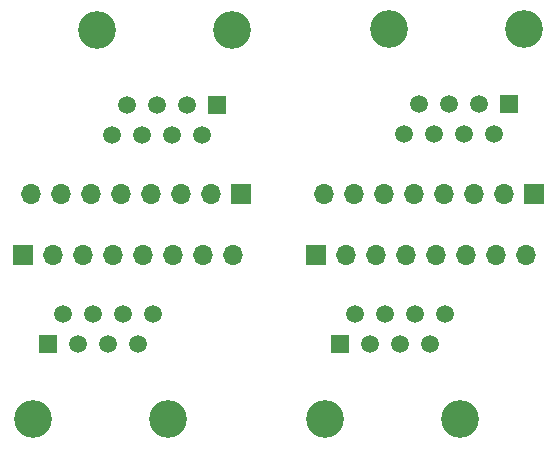
<source format=gbr>
%TF.GenerationSoftware,KiCad,Pcbnew,7.0.9*%
%TF.CreationDate,2024-06-08T10:48:36-04:00*%
%TF.ProjectId,8P breakout header,38502062-7265-4616-9b6f-757420686561,rev?*%
%TF.SameCoordinates,Original*%
%TF.FileFunction,Soldermask,Top*%
%TF.FilePolarity,Negative*%
%FSLAX46Y46*%
G04 Gerber Fmt 4.6, Leading zero omitted, Abs format (unit mm)*
G04 Created by KiCad (PCBNEW 7.0.9) date 2024-06-08 10:48:36*
%MOMM*%
%LPD*%
G01*
G04 APERTURE LIST*
%ADD10R,1.700000X1.700000*%
%ADD11O,1.700000X1.700000*%
%ADD12C,3.200000*%
%ADD13R,1.500000X1.500000*%
%ADD14C,1.500000*%
G04 APERTURE END LIST*
D10*
%TO.C,J4*%
X187940000Y-94635000D03*
D11*
X190480000Y-94635000D03*
X193020000Y-94635000D03*
X195560000Y-94635000D03*
X198100000Y-94635000D03*
X200640000Y-94635000D03*
X203180000Y-94635000D03*
X205720000Y-94635000D03*
%TD*%
D12*
%TO.C,J1*%
X188737500Y-108585000D03*
X200167500Y-108585000D03*
D13*
X190007500Y-102235000D03*
D14*
X191277500Y-99695000D03*
X192547500Y-102235000D03*
X193817500Y-99695000D03*
X195087500Y-102235000D03*
X196357500Y-99695000D03*
X197627500Y-102235000D03*
X198897500Y-99695000D03*
%TD*%
D10*
%TO.C,J4*%
X163175000Y-94635000D03*
D11*
X165715000Y-94635000D03*
X168255000Y-94635000D03*
X170795000Y-94635000D03*
X173335000Y-94635000D03*
X175875000Y-94635000D03*
X178415000Y-94635000D03*
X180955000Y-94635000D03*
%TD*%
D12*
%TO.C,J1*%
X163972500Y-108585000D03*
X175402500Y-108585000D03*
D13*
X165242500Y-102235000D03*
D14*
X166512500Y-99695000D03*
X167782500Y-102235000D03*
X169052500Y-99695000D03*
X170322500Y-102235000D03*
X171592500Y-99695000D03*
X172862500Y-102235000D03*
X174132500Y-99695000D03*
%TD*%
D10*
%TO.C,J4*%
X206395000Y-89515000D03*
D11*
X203855000Y-89515000D03*
X201315000Y-89515000D03*
X198775000Y-89515000D03*
X196235000Y-89515000D03*
X193695000Y-89515000D03*
X191155000Y-89515000D03*
X188615000Y-89515000D03*
%TD*%
D12*
%TO.C,J1*%
X205597500Y-75565000D03*
X194167500Y-75565000D03*
D13*
X204327500Y-81915000D03*
D14*
X203057500Y-84455000D03*
X201787500Y-81915000D03*
X200517500Y-84455000D03*
X199247500Y-81915000D03*
X197977500Y-84455000D03*
X196707500Y-81915000D03*
X195437500Y-84455000D03*
%TD*%
D10*
%TO.C,J4*%
X181610000Y-89535000D03*
D11*
X179070000Y-89535000D03*
X176530000Y-89535000D03*
X173990000Y-89535000D03*
X171450000Y-89535000D03*
X168910000Y-89535000D03*
X166370000Y-89535000D03*
X163830000Y-89535000D03*
%TD*%
D12*
%TO.C,J1*%
X180812500Y-75585000D03*
X169382500Y-75585000D03*
D13*
X179542500Y-81935000D03*
D14*
X178272500Y-84475000D03*
X177002500Y-81935000D03*
X175732500Y-84475000D03*
X174462500Y-81935000D03*
X173192500Y-84475000D03*
X171922500Y-81935000D03*
X170652500Y-84475000D03*
%TD*%
M02*

</source>
